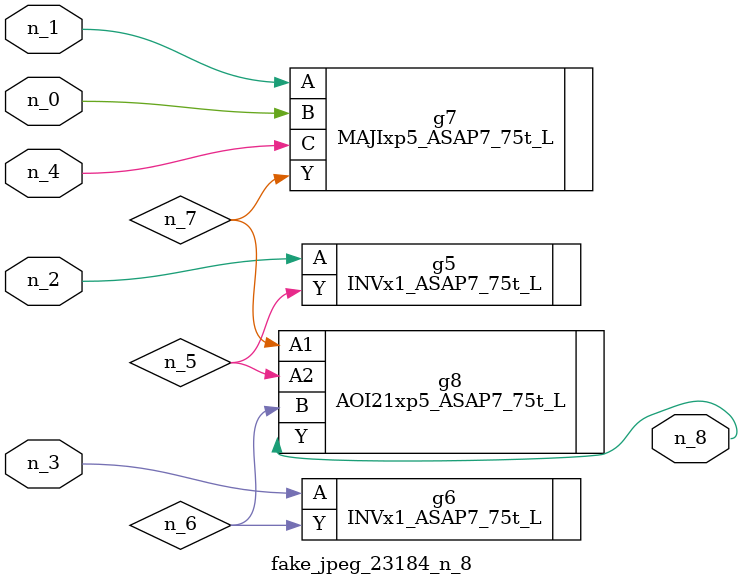
<source format=v>
module fake_jpeg_23184_n_8 (n_3, n_2, n_1, n_0, n_4, n_8);

input n_3;
input n_2;
input n_1;
input n_0;
input n_4;

output n_8;

wire n_6;
wire n_5;
wire n_7;

INVx1_ASAP7_75t_L g5 ( 
.A(n_2),
.Y(n_5)
);

INVx1_ASAP7_75t_L g6 ( 
.A(n_3),
.Y(n_6)
);

MAJIxp5_ASAP7_75t_L g7 ( 
.A(n_1),
.B(n_0),
.C(n_4),
.Y(n_7)
);

AOI21xp5_ASAP7_75t_L g8 ( 
.A1(n_7),
.A2(n_5),
.B(n_6),
.Y(n_8)
);


endmodule
</source>
